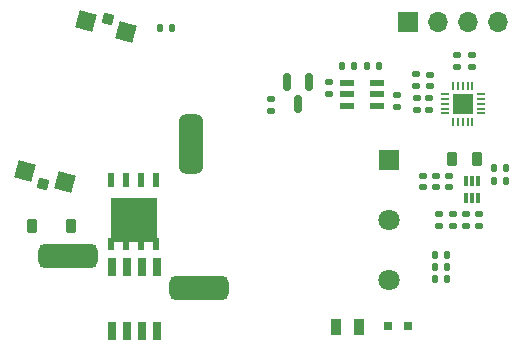
<source format=gbr>
%TF.GenerationSoftware,KiCad,Pcbnew,7.0.2*%
%TF.CreationDate,2023-08-30T02:12:12+03:00*%
%TF.ProjectId,PCBTRIGGERASSEMBLY,50434254-5249-4474-9745-52415353454d,rev?*%
%TF.SameCoordinates,Original*%
%TF.FileFunction,Soldermask,Top*%
%TF.FilePolarity,Negative*%
%FSLAX46Y46*%
G04 Gerber Fmt 4.6, Leading zero omitted, Abs format (unit mm)*
G04 Created by KiCad (PCBNEW 7.0.2) date 2023-08-30 02:12:12*
%MOMM*%
%LPD*%
G01*
G04 APERTURE LIST*
G04 Aperture macros list*
%AMRoundRect*
0 Rectangle with rounded corners*
0 $1 Rounding radius*
0 $2 $3 $4 $5 $6 $7 $8 $9 X,Y pos of 4 corners*
0 Add a 4 corners polygon primitive as box body*
4,1,4,$2,$3,$4,$5,$6,$7,$8,$9,$2,$3,0*
0 Add four circle primitives for the rounded corners*
1,1,$1+$1,$2,$3*
1,1,$1+$1,$4,$5*
1,1,$1+$1,$6,$7*
1,1,$1+$1,$8,$9*
0 Add four rect primitives between the rounded corners*
20,1,$1+$1,$2,$3,$4,$5,0*
20,1,$1+$1,$4,$5,$6,$7,0*
20,1,$1+$1,$6,$7,$8,$9,0*
20,1,$1+$1,$8,$9,$2,$3,0*%
%AMRotRect*
0 Rectangle, with rotation*
0 The origin of the aperture is its center*
0 $1 length*
0 $2 width*
0 $3 Rotation angle, in degrees counterclockwise*
0 Add horizontal line*
21,1,$1,$2,0,0,$3*%
G04 Aperture macros list end*
%ADD10R,0.800000X0.800000*%
%ADD11RoundRect,0.508000X0.508000X-1.992000X0.508000X1.992000X-0.508000X1.992000X-0.508000X-1.992000X0*%
%ADD12RoundRect,0.508000X-1.992000X-0.508000X1.992000X-0.508000X1.992000X0.508000X-1.992000X0.508000X0*%
%ADD13RoundRect,0.140000X0.170000X-0.140000X0.170000X0.140000X-0.170000X0.140000X-0.170000X-0.140000X0*%
%ADD14RoundRect,0.135000X-0.135000X-0.185000X0.135000X-0.185000X0.135000X0.185000X-0.135000X0.185000X0*%
%ADD15RoundRect,0.135000X0.185000X-0.135000X0.185000X0.135000X-0.185000X0.135000X-0.185000X-0.135000X0*%
%ADD16R,0.610000X1.270000*%
%ADD17R,3.910000X3.810000*%
%ADD18R,0.610000X1.020000*%
%ADD19RoundRect,0.225000X0.225000X0.375000X-0.225000X0.375000X-0.225000X-0.375000X0.225000X-0.375000X0*%
%ADD20RoundRect,0.140000X-0.140000X-0.170000X0.140000X-0.170000X0.140000X0.170000X-0.140000X0.170000X0*%
%ADD21RotRect,1.500000X1.500000X75.000000*%
%ADD22RotRect,0.900000X0.900000X75.000000*%
%ADD23R,0.700000X1.525000*%
%ADD24RoundRect,0.150000X-0.150000X0.587500X-0.150000X-0.587500X0.150000X-0.587500X0.150000X0.587500X0*%
%ADD25R,1.700000X1.700000*%
%ADD26O,1.700000X1.700000*%
%ADD27RoundRect,0.135000X-0.185000X0.135000X-0.185000X-0.135000X0.185000X-0.135000X0.185000X0.135000X0*%
%ADD28RoundRect,0.140000X-0.170000X0.140000X-0.170000X-0.140000X0.170000X-0.140000X0.170000X0.140000X0*%
%ADD29R,0.300000X0.950000*%
%ADD30R,0.900000X1.400000*%
%ADD31RoundRect,0.218750X-0.218750X-0.381250X0.218750X-0.381250X0.218750X0.381250X-0.218750X0.381250X0*%
%ADD32RoundRect,0.508000X1.992000X0.508000X-1.992000X0.508000X-1.992000X-0.508000X1.992000X-0.508000X0*%
%ADD33RoundRect,0.135000X0.135000X0.185000X-0.135000X0.185000X-0.135000X-0.185000X0.135000X-0.185000X0*%
%ADD34R,1.800000X1.800000*%
%ADD35C,1.800000*%
%ADD36R,0.800000X0.200000*%
%ADD37R,0.200000X0.800000*%
%ADD38RotRect,1.500000X1.500000X255.000000*%
%ADD39RotRect,0.900000X0.900000X255.000000*%
%ADD40R,1.200000X0.550000*%
G04 APERTURE END LIST*
D10*
%TO.C,Q4*%
X127375000Y-113200000D03*
X125725000Y-113200000D03*
%TD*%
D11*
%TO.C,U2*%
X109000000Y-97800000D03*
%TD*%
D12*
%TO.C,U4*%
X109750000Y-110000000D03*
%TD*%
D13*
%TO.C,C2*%
X129200000Y-94880000D03*
X129200000Y-93920000D03*
%TD*%
D14*
%TO.C,R15*%
X123940000Y-91150000D03*
X124960000Y-91150000D03*
%TD*%
D15*
%TO.C,R12*%
X126450000Y-94660000D03*
X126450000Y-93640000D03*
%TD*%
D16*
%TO.C,Q8*%
X106105000Y-100830000D03*
X104835000Y-100830000D03*
X103565000Y-100830000D03*
X102295000Y-100830000D03*
D17*
X104200000Y-104190000D03*
D18*
X106105000Y-106295000D03*
X104835000Y-106295000D03*
X103565000Y-106295000D03*
X102295000Y-106295000D03*
%TD*%
D19*
%TO.C,D1*%
X98850000Y-104700000D03*
X95550000Y-104700000D03*
%TD*%
D20*
%TO.C,C1*%
X129730000Y-107150000D03*
X130690000Y-107150000D03*
%TD*%
D15*
%TO.C,R7*%
X131200000Y-104770000D03*
X131200000Y-103750000D03*
%TD*%
D21*
%TO.C,Q2*%
X94979630Y-100087067D03*
X98360370Y-100992933D03*
D22*
X96501768Y-101167852D03*
%TD*%
D23*
%TO.C,IC1*%
X102390000Y-113600000D03*
X103660000Y-113600000D03*
X104930000Y-113600000D03*
X106200000Y-113600000D03*
X106200000Y-108176000D03*
X104930000Y-108176000D03*
X103660000Y-108176000D03*
X102390000Y-108176000D03*
%TD*%
D14*
%TO.C,R3*%
X129700000Y-109250000D03*
X130720000Y-109250000D03*
%TD*%
D24*
%TO.C,Q7*%
X119050000Y-92530000D03*
X117150000Y-92530000D03*
X118100000Y-94405000D03*
%TD*%
D14*
%TO.C,R1*%
X129700000Y-108200000D03*
X130720000Y-108200000D03*
%TD*%
D25*
%TO.C,J4*%
X127400000Y-87500000D03*
D26*
X129940000Y-87500000D03*
X132480000Y-87500000D03*
X135020000Y-87500000D03*
%TD*%
D27*
%TO.C,R8*%
X115800000Y-93990000D03*
X115800000Y-95010000D03*
%TD*%
D20*
%TO.C,C6*%
X134720000Y-100965000D03*
X135680000Y-100965000D03*
%TD*%
D28*
%TO.C,C14*%
X128700000Y-100470000D03*
X128700000Y-101430000D03*
%TD*%
D13*
%TO.C,C3*%
X128200000Y-94880000D03*
X128200000Y-93920000D03*
%TD*%
D15*
%TO.C,R5*%
X128100000Y-92900000D03*
X128100000Y-91880000D03*
%TD*%
D27*
%TO.C,R11*%
X131600000Y-90290000D03*
X131600000Y-91310000D03*
%TD*%
%TO.C,R14*%
X133400000Y-103750000D03*
X133400000Y-104770000D03*
%TD*%
D15*
%TO.C,R2*%
X132800000Y-91310000D03*
X132800000Y-90290000D03*
%TD*%
D29*
%TO.C,IC2*%
X133300000Y-100900000D03*
X132800000Y-100900000D03*
X132300000Y-100900000D03*
X132300000Y-102400000D03*
X132800000Y-102400000D03*
X133300000Y-102400000D03*
%TD*%
D30*
%TO.C,LED2*%
X123300000Y-113300000D03*
X121300000Y-113300000D03*
%TD*%
D15*
%TO.C,R18*%
X132300000Y-104770000D03*
X132300000Y-103750000D03*
%TD*%
D20*
%TO.C,C5*%
X134720000Y-99850000D03*
X135680000Y-99850000D03*
%TD*%
D13*
%TO.C,C4*%
X129250000Y-92870000D03*
X129250000Y-91910000D03*
%TD*%
D28*
%TO.C,C16*%
X130900000Y-100470000D03*
X130900000Y-101430000D03*
%TD*%
D31*
%TO.C,L1*%
X131137500Y-99050000D03*
X133262500Y-99050000D03*
%TD*%
D15*
%TO.C,R13*%
X120750000Y-93560000D03*
X120750000Y-92540000D03*
%TD*%
D32*
%TO.C,U3*%
X98650000Y-107250000D03*
%TD*%
D27*
%TO.C,R4*%
X130000000Y-103750000D03*
X130000000Y-104770000D03*
%TD*%
D33*
%TO.C,R9*%
X122860000Y-91160000D03*
X121840000Y-91160000D03*
%TD*%
D34*
%TO.C,S1*%
X125800000Y-99120000D03*
D35*
X125800000Y-104200000D03*
X125800000Y-109280000D03*
%TD*%
D36*
%TO.C,IC3*%
X130550000Y-93600000D03*
X130550000Y-94000000D03*
X130550000Y-94400000D03*
X130550000Y-94800000D03*
X130550000Y-95200000D03*
D37*
X131250000Y-95900000D03*
X131650000Y-95900000D03*
X132050000Y-95900000D03*
X132450000Y-95900000D03*
X132850000Y-95900000D03*
D36*
X133550000Y-95200000D03*
X133550000Y-94800000D03*
X133550000Y-94400000D03*
X133550000Y-94000000D03*
X133550000Y-93600000D03*
D37*
X132850000Y-92900000D03*
X132450000Y-92900000D03*
X132050000Y-92900000D03*
X131650000Y-92900000D03*
X131250000Y-92900000D03*
D34*
X132050000Y-94400000D03*
%TD*%
D38*
%TO.C,LED4*%
X103522138Y-88280785D03*
X100141398Y-87374919D03*
D39*
X102000000Y-87200000D03*
%TD*%
D33*
%TO.C,R6*%
X107460000Y-88000000D03*
X106440000Y-88000000D03*
%TD*%
D40*
%TO.C,IC4*%
X124750000Y-94550000D03*
X124750000Y-93600000D03*
X124750000Y-92650000D03*
X122250000Y-92650000D03*
X122250000Y-93600000D03*
X122250000Y-94550000D03*
%TD*%
D28*
%TO.C,C15*%
X129800000Y-100470000D03*
X129800000Y-101430000D03*
%TD*%
M02*

</source>
